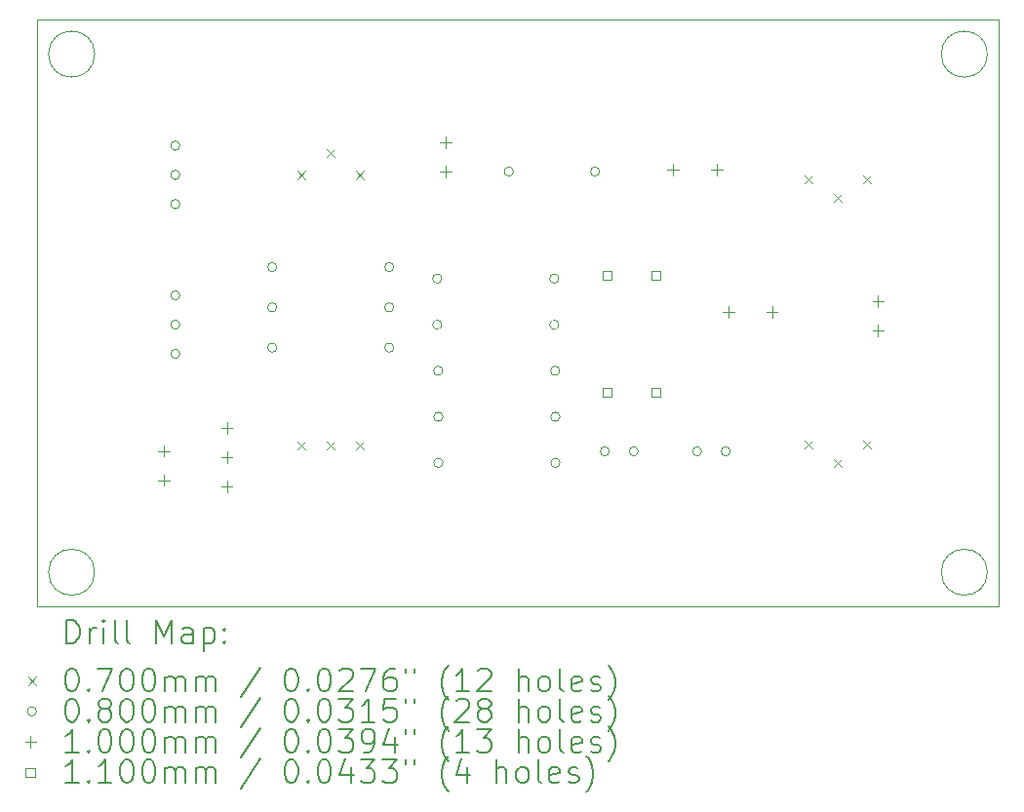
<source format=gbr>
%TF.GenerationSoftware,KiCad,Pcbnew,8.0.0*%
%TF.CreationDate,2024-03-12T11:33:42+03:00*%
%TF.ProjectId,germanium-amp,6765726d-616e-4697-956d-2d616d702e6b,rev?*%
%TF.SameCoordinates,Original*%
%TF.FileFunction,Drillmap*%
%TF.FilePolarity,Positive*%
%FSLAX45Y45*%
G04 Gerber Fmt 4.5, Leading zero omitted, Abs format (unit mm)*
G04 Created by KiCad (PCBNEW 8.0.0) date 2024-03-12 11:33:42*
%MOMM*%
%LPD*%
G01*
G04 APERTURE LIST*
%ADD10C,0.100000*%
%ADD11C,0.200000*%
%ADD12C,0.110000*%
G04 APERTURE END LIST*
D10*
X12050000Y-3300000D02*
X3700000Y-3300000D01*
X4200000Y-3600000D02*
G75*
G02*
X3800000Y-3600000I-200000J0D01*
G01*
X3800000Y-3600000D02*
G75*
G02*
X4200000Y-3600000I200000J0D01*
G01*
X12050000Y-8400000D02*
X12050000Y-3300000D01*
X11950000Y-8100000D02*
G75*
G02*
X11550000Y-8100000I-200000J0D01*
G01*
X11550000Y-8100000D02*
G75*
G02*
X11950000Y-8100000I200000J0D01*
G01*
X3700000Y-8400000D02*
X12050000Y-8400000D01*
X11950000Y-3600000D02*
G75*
G02*
X11550000Y-3600000I-200000J0D01*
G01*
X11550000Y-3600000D02*
G75*
G02*
X11950000Y-3600000I200000J0D01*
G01*
X4200000Y-8100000D02*
G75*
G02*
X3800000Y-8100000I-200000J0D01*
G01*
X3800000Y-8100000D02*
G75*
G02*
X4200000Y-8100000I200000J0D01*
G01*
X3700000Y-3300000D02*
X3700000Y-8400000D01*
D11*
D10*
X5957000Y-4615000D02*
X6027000Y-4685000D01*
X6027000Y-4615000D02*
X5957000Y-4685000D01*
X5957000Y-6965000D02*
X6027000Y-7035000D01*
X6027000Y-6965000D02*
X5957000Y-7035000D01*
X6211000Y-4425000D02*
X6281000Y-4495000D01*
X6281000Y-4425000D02*
X6211000Y-4495000D01*
X6211000Y-6965000D02*
X6281000Y-7035000D01*
X6281000Y-6965000D02*
X6211000Y-7035000D01*
X6465000Y-4615000D02*
X6535000Y-4685000D01*
X6535000Y-4615000D02*
X6465000Y-4685000D01*
X6465000Y-6965000D02*
X6535000Y-7035000D01*
X6535000Y-6965000D02*
X6465000Y-7035000D01*
X10361000Y-4655000D02*
X10431000Y-4725000D01*
X10431000Y-4655000D02*
X10361000Y-4725000D01*
X10361000Y-6955000D02*
X10431000Y-7025000D01*
X10431000Y-6955000D02*
X10361000Y-7025000D01*
X10615000Y-4815000D02*
X10685000Y-4885000D01*
X10685000Y-4815000D02*
X10615000Y-4885000D01*
X10615000Y-7115000D02*
X10685000Y-7185000D01*
X10685000Y-7115000D02*
X10615000Y-7185000D01*
X10869000Y-4655000D02*
X10939000Y-4725000D01*
X10939000Y-4655000D02*
X10869000Y-4725000D01*
X10869000Y-6955000D02*
X10939000Y-7025000D01*
X10939000Y-6955000D02*
X10869000Y-7025000D01*
X4940000Y-4395000D02*
G75*
G02*
X4860000Y-4395000I-40000J0D01*
G01*
X4860000Y-4395000D02*
G75*
G02*
X4940000Y-4395000I40000J0D01*
G01*
X4940000Y-4649000D02*
G75*
G02*
X4860000Y-4649000I-40000J0D01*
G01*
X4860000Y-4649000D02*
G75*
G02*
X4940000Y-4649000I40000J0D01*
G01*
X4940000Y-4903000D02*
G75*
G02*
X4860000Y-4903000I-40000J0D01*
G01*
X4860000Y-4903000D02*
G75*
G02*
X4940000Y-4903000I40000J0D01*
G01*
X4940000Y-5695000D02*
G75*
G02*
X4860000Y-5695000I-40000J0D01*
G01*
X4860000Y-5695000D02*
G75*
G02*
X4940000Y-5695000I40000J0D01*
G01*
X4940000Y-5949000D02*
G75*
G02*
X4860000Y-5949000I-40000J0D01*
G01*
X4860000Y-5949000D02*
G75*
G02*
X4940000Y-5949000I40000J0D01*
G01*
X4940000Y-6203000D02*
G75*
G02*
X4860000Y-6203000I-40000J0D01*
G01*
X4860000Y-6203000D02*
G75*
G02*
X4940000Y-6203000I40000J0D01*
G01*
X5782000Y-5450000D02*
G75*
G02*
X5702000Y-5450000I-40000J0D01*
G01*
X5702000Y-5450000D02*
G75*
G02*
X5782000Y-5450000I40000J0D01*
G01*
X5782000Y-5800000D02*
G75*
G02*
X5702000Y-5800000I-40000J0D01*
G01*
X5702000Y-5800000D02*
G75*
G02*
X5782000Y-5800000I40000J0D01*
G01*
X5782000Y-6150000D02*
G75*
G02*
X5702000Y-6150000I-40000J0D01*
G01*
X5702000Y-6150000D02*
G75*
G02*
X5782000Y-6150000I40000J0D01*
G01*
X6798000Y-5450000D02*
G75*
G02*
X6718000Y-5450000I-40000J0D01*
G01*
X6718000Y-5450000D02*
G75*
G02*
X6798000Y-5450000I40000J0D01*
G01*
X6798000Y-5800000D02*
G75*
G02*
X6718000Y-5800000I-40000J0D01*
G01*
X6718000Y-5800000D02*
G75*
G02*
X6798000Y-5800000I40000J0D01*
G01*
X6798000Y-6150000D02*
G75*
G02*
X6718000Y-6150000I-40000J0D01*
G01*
X6718000Y-6150000D02*
G75*
G02*
X6798000Y-6150000I40000J0D01*
G01*
X7214000Y-5550000D02*
G75*
G02*
X7134000Y-5550000I-40000J0D01*
G01*
X7134000Y-5550000D02*
G75*
G02*
X7214000Y-5550000I40000J0D01*
G01*
X7214000Y-5950000D02*
G75*
G02*
X7134000Y-5950000I-40000J0D01*
G01*
X7134000Y-5950000D02*
G75*
G02*
X7214000Y-5950000I40000J0D01*
G01*
X7222000Y-6350000D02*
G75*
G02*
X7142000Y-6350000I-40000J0D01*
G01*
X7142000Y-6350000D02*
G75*
G02*
X7222000Y-6350000I40000J0D01*
G01*
X7224000Y-6750000D02*
G75*
G02*
X7144000Y-6750000I-40000J0D01*
G01*
X7144000Y-6750000D02*
G75*
G02*
X7224000Y-6750000I40000J0D01*
G01*
X7224000Y-7150000D02*
G75*
G02*
X7144000Y-7150000I-40000J0D01*
G01*
X7144000Y-7150000D02*
G75*
G02*
X7224000Y-7150000I40000J0D01*
G01*
X7835000Y-4620000D02*
G75*
G02*
X7755000Y-4620000I-40000J0D01*
G01*
X7755000Y-4620000D02*
G75*
G02*
X7835000Y-4620000I40000J0D01*
G01*
X8230000Y-5550000D02*
G75*
G02*
X8150000Y-5550000I-40000J0D01*
G01*
X8150000Y-5550000D02*
G75*
G02*
X8230000Y-5550000I40000J0D01*
G01*
X8230000Y-5950000D02*
G75*
G02*
X8150000Y-5950000I-40000J0D01*
G01*
X8150000Y-5950000D02*
G75*
G02*
X8230000Y-5950000I40000J0D01*
G01*
X8238000Y-6350000D02*
G75*
G02*
X8158000Y-6350000I-40000J0D01*
G01*
X8158000Y-6350000D02*
G75*
G02*
X8238000Y-6350000I40000J0D01*
G01*
X8240000Y-6750000D02*
G75*
G02*
X8160000Y-6750000I-40000J0D01*
G01*
X8160000Y-6750000D02*
G75*
G02*
X8240000Y-6750000I40000J0D01*
G01*
X8240000Y-7150000D02*
G75*
G02*
X8160000Y-7150000I-40000J0D01*
G01*
X8160000Y-7150000D02*
G75*
G02*
X8240000Y-7150000I40000J0D01*
G01*
X8585000Y-4620000D02*
G75*
G02*
X8505000Y-4620000I-40000J0D01*
G01*
X8505000Y-4620000D02*
G75*
G02*
X8585000Y-4620000I40000J0D01*
G01*
X8669490Y-7050000D02*
G75*
G02*
X8589490Y-7050000I-40000J0D01*
G01*
X8589490Y-7050000D02*
G75*
G02*
X8669490Y-7050000I40000J0D01*
G01*
X8919490Y-7050000D02*
G75*
G02*
X8839490Y-7050000I-40000J0D01*
G01*
X8839490Y-7050000D02*
G75*
G02*
X8919490Y-7050000I40000J0D01*
G01*
X9469490Y-7050000D02*
G75*
G02*
X9389490Y-7050000I-40000J0D01*
G01*
X9389490Y-7050000D02*
G75*
G02*
X9469490Y-7050000I40000J0D01*
G01*
X9719490Y-7050000D02*
G75*
G02*
X9639490Y-7050000I-40000J0D01*
G01*
X9639490Y-7050000D02*
G75*
G02*
X9719490Y-7050000I40000J0D01*
G01*
X4800000Y-6996000D02*
X4800000Y-7096000D01*
X4750000Y-7046000D02*
X4850000Y-7046000D01*
X4800000Y-7250000D02*
X4800000Y-7350000D01*
X4750000Y-7300000D02*
X4850000Y-7300000D01*
X5347500Y-6794500D02*
X5347500Y-6894500D01*
X5297500Y-6844500D02*
X5397500Y-6844500D01*
X5347500Y-7048500D02*
X5347500Y-7148500D01*
X5297500Y-7098500D02*
X5397500Y-7098500D01*
X5347500Y-7302500D02*
X5347500Y-7402500D01*
X5297500Y-7352500D02*
X5397500Y-7352500D01*
X7250000Y-4316000D02*
X7250000Y-4416000D01*
X7200000Y-4366000D02*
X7300000Y-4366000D01*
X7250000Y-4570000D02*
X7250000Y-4670000D01*
X7200000Y-4620000D02*
X7300000Y-4620000D01*
X9220000Y-4550000D02*
X9220000Y-4650000D01*
X9170000Y-4600000D02*
X9270000Y-4600000D01*
X9600000Y-4550000D02*
X9600000Y-4650000D01*
X9550000Y-4600000D02*
X9650000Y-4600000D01*
X9700000Y-5790000D02*
X9700000Y-5890000D01*
X9650000Y-5840000D02*
X9750000Y-5840000D01*
X10080000Y-5790000D02*
X10080000Y-5890000D01*
X10030000Y-5840000D02*
X10130000Y-5840000D01*
X11002500Y-5696000D02*
X11002500Y-5796000D01*
X10952500Y-5746000D02*
X11052500Y-5746000D01*
X11002500Y-5950000D02*
X11002500Y-6050000D01*
X10952500Y-6000000D02*
X11052500Y-6000000D01*
D12*
X8688891Y-5560891D02*
X8688891Y-5483109D01*
X8611109Y-5483109D01*
X8611109Y-5560891D01*
X8688891Y-5560891D01*
X8688891Y-6576891D02*
X8688891Y-6499109D01*
X8611109Y-6499109D01*
X8611109Y-6576891D01*
X8688891Y-6576891D01*
X9108891Y-5562891D02*
X9108891Y-5485109D01*
X9031109Y-5485109D01*
X9031109Y-5562891D01*
X9108891Y-5562891D01*
X9108891Y-6578891D02*
X9108891Y-6501109D01*
X9031109Y-6501109D01*
X9031109Y-6578891D01*
X9108891Y-6578891D01*
D11*
X3955777Y-8716484D02*
X3955777Y-8516484D01*
X3955777Y-8516484D02*
X4003396Y-8516484D01*
X4003396Y-8516484D02*
X4031967Y-8526008D01*
X4031967Y-8526008D02*
X4051015Y-8545055D01*
X4051015Y-8545055D02*
X4060539Y-8564103D01*
X4060539Y-8564103D02*
X4070062Y-8602198D01*
X4070062Y-8602198D02*
X4070062Y-8630770D01*
X4070062Y-8630770D02*
X4060539Y-8668865D01*
X4060539Y-8668865D02*
X4051015Y-8687912D01*
X4051015Y-8687912D02*
X4031967Y-8706960D01*
X4031967Y-8706960D02*
X4003396Y-8716484D01*
X4003396Y-8716484D02*
X3955777Y-8716484D01*
X4155777Y-8716484D02*
X4155777Y-8583150D01*
X4155777Y-8621246D02*
X4165301Y-8602198D01*
X4165301Y-8602198D02*
X4174824Y-8592674D01*
X4174824Y-8592674D02*
X4193872Y-8583150D01*
X4193872Y-8583150D02*
X4212920Y-8583150D01*
X4279586Y-8716484D02*
X4279586Y-8583150D01*
X4279586Y-8516484D02*
X4270063Y-8526008D01*
X4270063Y-8526008D02*
X4279586Y-8535531D01*
X4279586Y-8535531D02*
X4289110Y-8526008D01*
X4289110Y-8526008D02*
X4279586Y-8516484D01*
X4279586Y-8516484D02*
X4279586Y-8535531D01*
X4403396Y-8716484D02*
X4384348Y-8706960D01*
X4384348Y-8706960D02*
X4374824Y-8687912D01*
X4374824Y-8687912D02*
X4374824Y-8516484D01*
X4508158Y-8716484D02*
X4489110Y-8706960D01*
X4489110Y-8706960D02*
X4479586Y-8687912D01*
X4479586Y-8687912D02*
X4479586Y-8516484D01*
X4736729Y-8716484D02*
X4736729Y-8516484D01*
X4736729Y-8516484D02*
X4803396Y-8659341D01*
X4803396Y-8659341D02*
X4870063Y-8516484D01*
X4870063Y-8516484D02*
X4870063Y-8716484D01*
X5051015Y-8716484D02*
X5051015Y-8611722D01*
X5051015Y-8611722D02*
X5041491Y-8592674D01*
X5041491Y-8592674D02*
X5022444Y-8583150D01*
X5022444Y-8583150D02*
X4984348Y-8583150D01*
X4984348Y-8583150D02*
X4965301Y-8592674D01*
X5051015Y-8706960D02*
X5031967Y-8716484D01*
X5031967Y-8716484D02*
X4984348Y-8716484D01*
X4984348Y-8716484D02*
X4965301Y-8706960D01*
X4965301Y-8706960D02*
X4955777Y-8687912D01*
X4955777Y-8687912D02*
X4955777Y-8668865D01*
X4955777Y-8668865D02*
X4965301Y-8649817D01*
X4965301Y-8649817D02*
X4984348Y-8640293D01*
X4984348Y-8640293D02*
X5031967Y-8640293D01*
X5031967Y-8640293D02*
X5051015Y-8630770D01*
X5146253Y-8583150D02*
X5146253Y-8783150D01*
X5146253Y-8592674D02*
X5165301Y-8583150D01*
X5165301Y-8583150D02*
X5203396Y-8583150D01*
X5203396Y-8583150D02*
X5222444Y-8592674D01*
X5222444Y-8592674D02*
X5231967Y-8602198D01*
X5231967Y-8602198D02*
X5241491Y-8621246D01*
X5241491Y-8621246D02*
X5241491Y-8678389D01*
X5241491Y-8678389D02*
X5231967Y-8697436D01*
X5231967Y-8697436D02*
X5222444Y-8706960D01*
X5222444Y-8706960D02*
X5203396Y-8716484D01*
X5203396Y-8716484D02*
X5165301Y-8716484D01*
X5165301Y-8716484D02*
X5146253Y-8706960D01*
X5327205Y-8697436D02*
X5336729Y-8706960D01*
X5336729Y-8706960D02*
X5327205Y-8716484D01*
X5327205Y-8716484D02*
X5317682Y-8706960D01*
X5317682Y-8706960D02*
X5327205Y-8697436D01*
X5327205Y-8697436D02*
X5327205Y-8716484D01*
X5327205Y-8592674D02*
X5336729Y-8602198D01*
X5336729Y-8602198D02*
X5327205Y-8611722D01*
X5327205Y-8611722D02*
X5317682Y-8602198D01*
X5317682Y-8602198D02*
X5327205Y-8592674D01*
X5327205Y-8592674D02*
X5327205Y-8611722D01*
D10*
X3625000Y-9010000D02*
X3695000Y-9080000D01*
X3695000Y-9010000D02*
X3625000Y-9080000D01*
D11*
X3993872Y-8936484D02*
X4012920Y-8936484D01*
X4012920Y-8936484D02*
X4031967Y-8946008D01*
X4031967Y-8946008D02*
X4041491Y-8955531D01*
X4041491Y-8955531D02*
X4051015Y-8974579D01*
X4051015Y-8974579D02*
X4060539Y-9012674D01*
X4060539Y-9012674D02*
X4060539Y-9060293D01*
X4060539Y-9060293D02*
X4051015Y-9098389D01*
X4051015Y-9098389D02*
X4041491Y-9117436D01*
X4041491Y-9117436D02*
X4031967Y-9126960D01*
X4031967Y-9126960D02*
X4012920Y-9136484D01*
X4012920Y-9136484D02*
X3993872Y-9136484D01*
X3993872Y-9136484D02*
X3974824Y-9126960D01*
X3974824Y-9126960D02*
X3965301Y-9117436D01*
X3965301Y-9117436D02*
X3955777Y-9098389D01*
X3955777Y-9098389D02*
X3946253Y-9060293D01*
X3946253Y-9060293D02*
X3946253Y-9012674D01*
X3946253Y-9012674D02*
X3955777Y-8974579D01*
X3955777Y-8974579D02*
X3965301Y-8955531D01*
X3965301Y-8955531D02*
X3974824Y-8946008D01*
X3974824Y-8946008D02*
X3993872Y-8936484D01*
X4146253Y-9117436D02*
X4155777Y-9126960D01*
X4155777Y-9126960D02*
X4146253Y-9136484D01*
X4146253Y-9136484D02*
X4136729Y-9126960D01*
X4136729Y-9126960D02*
X4146253Y-9117436D01*
X4146253Y-9117436D02*
X4146253Y-9136484D01*
X4222444Y-8936484D02*
X4355777Y-8936484D01*
X4355777Y-8936484D02*
X4270063Y-9136484D01*
X4470063Y-8936484D02*
X4489110Y-8936484D01*
X4489110Y-8936484D02*
X4508158Y-8946008D01*
X4508158Y-8946008D02*
X4517682Y-8955531D01*
X4517682Y-8955531D02*
X4527205Y-8974579D01*
X4527205Y-8974579D02*
X4536729Y-9012674D01*
X4536729Y-9012674D02*
X4536729Y-9060293D01*
X4536729Y-9060293D02*
X4527205Y-9098389D01*
X4527205Y-9098389D02*
X4517682Y-9117436D01*
X4517682Y-9117436D02*
X4508158Y-9126960D01*
X4508158Y-9126960D02*
X4489110Y-9136484D01*
X4489110Y-9136484D02*
X4470063Y-9136484D01*
X4470063Y-9136484D02*
X4451015Y-9126960D01*
X4451015Y-9126960D02*
X4441491Y-9117436D01*
X4441491Y-9117436D02*
X4431967Y-9098389D01*
X4431967Y-9098389D02*
X4422444Y-9060293D01*
X4422444Y-9060293D02*
X4422444Y-9012674D01*
X4422444Y-9012674D02*
X4431967Y-8974579D01*
X4431967Y-8974579D02*
X4441491Y-8955531D01*
X4441491Y-8955531D02*
X4451015Y-8946008D01*
X4451015Y-8946008D02*
X4470063Y-8936484D01*
X4660539Y-8936484D02*
X4679586Y-8936484D01*
X4679586Y-8936484D02*
X4698634Y-8946008D01*
X4698634Y-8946008D02*
X4708158Y-8955531D01*
X4708158Y-8955531D02*
X4717682Y-8974579D01*
X4717682Y-8974579D02*
X4727205Y-9012674D01*
X4727205Y-9012674D02*
X4727205Y-9060293D01*
X4727205Y-9060293D02*
X4717682Y-9098389D01*
X4717682Y-9098389D02*
X4708158Y-9117436D01*
X4708158Y-9117436D02*
X4698634Y-9126960D01*
X4698634Y-9126960D02*
X4679586Y-9136484D01*
X4679586Y-9136484D02*
X4660539Y-9136484D01*
X4660539Y-9136484D02*
X4641491Y-9126960D01*
X4641491Y-9126960D02*
X4631967Y-9117436D01*
X4631967Y-9117436D02*
X4622444Y-9098389D01*
X4622444Y-9098389D02*
X4612920Y-9060293D01*
X4612920Y-9060293D02*
X4612920Y-9012674D01*
X4612920Y-9012674D02*
X4622444Y-8974579D01*
X4622444Y-8974579D02*
X4631967Y-8955531D01*
X4631967Y-8955531D02*
X4641491Y-8946008D01*
X4641491Y-8946008D02*
X4660539Y-8936484D01*
X4812920Y-9136484D02*
X4812920Y-9003150D01*
X4812920Y-9022198D02*
X4822444Y-9012674D01*
X4822444Y-9012674D02*
X4841491Y-9003150D01*
X4841491Y-9003150D02*
X4870063Y-9003150D01*
X4870063Y-9003150D02*
X4889110Y-9012674D01*
X4889110Y-9012674D02*
X4898634Y-9031722D01*
X4898634Y-9031722D02*
X4898634Y-9136484D01*
X4898634Y-9031722D02*
X4908158Y-9012674D01*
X4908158Y-9012674D02*
X4927205Y-9003150D01*
X4927205Y-9003150D02*
X4955777Y-9003150D01*
X4955777Y-9003150D02*
X4974825Y-9012674D01*
X4974825Y-9012674D02*
X4984348Y-9031722D01*
X4984348Y-9031722D02*
X4984348Y-9136484D01*
X5079586Y-9136484D02*
X5079586Y-9003150D01*
X5079586Y-9022198D02*
X5089110Y-9012674D01*
X5089110Y-9012674D02*
X5108158Y-9003150D01*
X5108158Y-9003150D02*
X5136729Y-9003150D01*
X5136729Y-9003150D02*
X5155777Y-9012674D01*
X5155777Y-9012674D02*
X5165301Y-9031722D01*
X5165301Y-9031722D02*
X5165301Y-9136484D01*
X5165301Y-9031722D02*
X5174825Y-9012674D01*
X5174825Y-9012674D02*
X5193872Y-9003150D01*
X5193872Y-9003150D02*
X5222444Y-9003150D01*
X5222444Y-9003150D02*
X5241491Y-9012674D01*
X5241491Y-9012674D02*
X5251015Y-9031722D01*
X5251015Y-9031722D02*
X5251015Y-9136484D01*
X5641491Y-8926960D02*
X5470063Y-9184103D01*
X5898634Y-8936484D02*
X5917682Y-8936484D01*
X5917682Y-8936484D02*
X5936729Y-8946008D01*
X5936729Y-8946008D02*
X5946253Y-8955531D01*
X5946253Y-8955531D02*
X5955777Y-8974579D01*
X5955777Y-8974579D02*
X5965301Y-9012674D01*
X5965301Y-9012674D02*
X5965301Y-9060293D01*
X5965301Y-9060293D02*
X5955777Y-9098389D01*
X5955777Y-9098389D02*
X5946253Y-9117436D01*
X5946253Y-9117436D02*
X5936729Y-9126960D01*
X5936729Y-9126960D02*
X5917682Y-9136484D01*
X5917682Y-9136484D02*
X5898634Y-9136484D01*
X5898634Y-9136484D02*
X5879586Y-9126960D01*
X5879586Y-9126960D02*
X5870063Y-9117436D01*
X5870063Y-9117436D02*
X5860539Y-9098389D01*
X5860539Y-9098389D02*
X5851015Y-9060293D01*
X5851015Y-9060293D02*
X5851015Y-9012674D01*
X5851015Y-9012674D02*
X5860539Y-8974579D01*
X5860539Y-8974579D02*
X5870063Y-8955531D01*
X5870063Y-8955531D02*
X5879586Y-8946008D01*
X5879586Y-8946008D02*
X5898634Y-8936484D01*
X6051015Y-9117436D02*
X6060539Y-9126960D01*
X6060539Y-9126960D02*
X6051015Y-9136484D01*
X6051015Y-9136484D02*
X6041491Y-9126960D01*
X6041491Y-9126960D02*
X6051015Y-9117436D01*
X6051015Y-9117436D02*
X6051015Y-9136484D01*
X6184348Y-8936484D02*
X6203396Y-8936484D01*
X6203396Y-8936484D02*
X6222444Y-8946008D01*
X6222444Y-8946008D02*
X6231967Y-8955531D01*
X6231967Y-8955531D02*
X6241491Y-8974579D01*
X6241491Y-8974579D02*
X6251015Y-9012674D01*
X6251015Y-9012674D02*
X6251015Y-9060293D01*
X6251015Y-9060293D02*
X6241491Y-9098389D01*
X6241491Y-9098389D02*
X6231967Y-9117436D01*
X6231967Y-9117436D02*
X6222444Y-9126960D01*
X6222444Y-9126960D02*
X6203396Y-9136484D01*
X6203396Y-9136484D02*
X6184348Y-9136484D01*
X6184348Y-9136484D02*
X6165301Y-9126960D01*
X6165301Y-9126960D02*
X6155777Y-9117436D01*
X6155777Y-9117436D02*
X6146253Y-9098389D01*
X6146253Y-9098389D02*
X6136729Y-9060293D01*
X6136729Y-9060293D02*
X6136729Y-9012674D01*
X6136729Y-9012674D02*
X6146253Y-8974579D01*
X6146253Y-8974579D02*
X6155777Y-8955531D01*
X6155777Y-8955531D02*
X6165301Y-8946008D01*
X6165301Y-8946008D02*
X6184348Y-8936484D01*
X6327206Y-8955531D02*
X6336729Y-8946008D01*
X6336729Y-8946008D02*
X6355777Y-8936484D01*
X6355777Y-8936484D02*
X6403396Y-8936484D01*
X6403396Y-8936484D02*
X6422444Y-8946008D01*
X6422444Y-8946008D02*
X6431967Y-8955531D01*
X6431967Y-8955531D02*
X6441491Y-8974579D01*
X6441491Y-8974579D02*
X6441491Y-8993627D01*
X6441491Y-8993627D02*
X6431967Y-9022198D01*
X6431967Y-9022198D02*
X6317682Y-9136484D01*
X6317682Y-9136484D02*
X6441491Y-9136484D01*
X6508158Y-8936484D02*
X6641491Y-8936484D01*
X6641491Y-8936484D02*
X6555777Y-9136484D01*
X6803396Y-8936484D02*
X6765301Y-8936484D01*
X6765301Y-8936484D02*
X6746253Y-8946008D01*
X6746253Y-8946008D02*
X6736729Y-8955531D01*
X6736729Y-8955531D02*
X6717682Y-8984103D01*
X6717682Y-8984103D02*
X6708158Y-9022198D01*
X6708158Y-9022198D02*
X6708158Y-9098389D01*
X6708158Y-9098389D02*
X6717682Y-9117436D01*
X6717682Y-9117436D02*
X6727206Y-9126960D01*
X6727206Y-9126960D02*
X6746253Y-9136484D01*
X6746253Y-9136484D02*
X6784348Y-9136484D01*
X6784348Y-9136484D02*
X6803396Y-9126960D01*
X6803396Y-9126960D02*
X6812920Y-9117436D01*
X6812920Y-9117436D02*
X6822444Y-9098389D01*
X6822444Y-9098389D02*
X6822444Y-9050770D01*
X6822444Y-9050770D02*
X6812920Y-9031722D01*
X6812920Y-9031722D02*
X6803396Y-9022198D01*
X6803396Y-9022198D02*
X6784348Y-9012674D01*
X6784348Y-9012674D02*
X6746253Y-9012674D01*
X6746253Y-9012674D02*
X6727206Y-9022198D01*
X6727206Y-9022198D02*
X6717682Y-9031722D01*
X6717682Y-9031722D02*
X6708158Y-9050770D01*
X6898634Y-8936484D02*
X6898634Y-8974579D01*
X6974825Y-8936484D02*
X6974825Y-8974579D01*
X7270063Y-9212674D02*
X7260539Y-9203150D01*
X7260539Y-9203150D02*
X7241491Y-9174579D01*
X7241491Y-9174579D02*
X7231968Y-9155531D01*
X7231968Y-9155531D02*
X7222444Y-9126960D01*
X7222444Y-9126960D02*
X7212920Y-9079341D01*
X7212920Y-9079341D02*
X7212920Y-9041246D01*
X7212920Y-9041246D02*
X7222444Y-8993627D01*
X7222444Y-8993627D02*
X7231968Y-8965055D01*
X7231968Y-8965055D02*
X7241491Y-8946008D01*
X7241491Y-8946008D02*
X7260539Y-8917436D01*
X7260539Y-8917436D02*
X7270063Y-8907912D01*
X7451015Y-9136484D02*
X7336729Y-9136484D01*
X7393872Y-9136484D02*
X7393872Y-8936484D01*
X7393872Y-8936484D02*
X7374825Y-8965055D01*
X7374825Y-8965055D02*
X7355777Y-8984103D01*
X7355777Y-8984103D02*
X7336729Y-8993627D01*
X7527206Y-8955531D02*
X7536729Y-8946008D01*
X7536729Y-8946008D02*
X7555777Y-8936484D01*
X7555777Y-8936484D02*
X7603396Y-8936484D01*
X7603396Y-8936484D02*
X7622444Y-8946008D01*
X7622444Y-8946008D02*
X7631968Y-8955531D01*
X7631968Y-8955531D02*
X7641491Y-8974579D01*
X7641491Y-8974579D02*
X7641491Y-8993627D01*
X7641491Y-8993627D02*
X7631968Y-9022198D01*
X7631968Y-9022198D02*
X7517682Y-9136484D01*
X7517682Y-9136484D02*
X7641491Y-9136484D01*
X7879587Y-9136484D02*
X7879587Y-8936484D01*
X7965301Y-9136484D02*
X7965301Y-9031722D01*
X7965301Y-9031722D02*
X7955777Y-9012674D01*
X7955777Y-9012674D02*
X7936730Y-9003150D01*
X7936730Y-9003150D02*
X7908158Y-9003150D01*
X7908158Y-9003150D02*
X7889110Y-9012674D01*
X7889110Y-9012674D02*
X7879587Y-9022198D01*
X8089110Y-9136484D02*
X8070063Y-9126960D01*
X8070063Y-9126960D02*
X8060539Y-9117436D01*
X8060539Y-9117436D02*
X8051015Y-9098389D01*
X8051015Y-9098389D02*
X8051015Y-9041246D01*
X8051015Y-9041246D02*
X8060539Y-9022198D01*
X8060539Y-9022198D02*
X8070063Y-9012674D01*
X8070063Y-9012674D02*
X8089110Y-9003150D01*
X8089110Y-9003150D02*
X8117682Y-9003150D01*
X8117682Y-9003150D02*
X8136730Y-9012674D01*
X8136730Y-9012674D02*
X8146253Y-9022198D01*
X8146253Y-9022198D02*
X8155777Y-9041246D01*
X8155777Y-9041246D02*
X8155777Y-9098389D01*
X8155777Y-9098389D02*
X8146253Y-9117436D01*
X8146253Y-9117436D02*
X8136730Y-9126960D01*
X8136730Y-9126960D02*
X8117682Y-9136484D01*
X8117682Y-9136484D02*
X8089110Y-9136484D01*
X8270063Y-9136484D02*
X8251015Y-9126960D01*
X8251015Y-9126960D02*
X8241491Y-9107912D01*
X8241491Y-9107912D02*
X8241491Y-8936484D01*
X8422444Y-9126960D02*
X8403396Y-9136484D01*
X8403396Y-9136484D02*
X8365301Y-9136484D01*
X8365301Y-9136484D02*
X8346253Y-9126960D01*
X8346253Y-9126960D02*
X8336730Y-9107912D01*
X8336730Y-9107912D02*
X8336730Y-9031722D01*
X8336730Y-9031722D02*
X8346253Y-9012674D01*
X8346253Y-9012674D02*
X8365301Y-9003150D01*
X8365301Y-9003150D02*
X8403396Y-9003150D01*
X8403396Y-9003150D02*
X8422444Y-9012674D01*
X8422444Y-9012674D02*
X8431968Y-9031722D01*
X8431968Y-9031722D02*
X8431968Y-9050770D01*
X8431968Y-9050770D02*
X8336730Y-9069817D01*
X8508158Y-9126960D02*
X8527206Y-9136484D01*
X8527206Y-9136484D02*
X8565301Y-9136484D01*
X8565301Y-9136484D02*
X8584349Y-9126960D01*
X8584349Y-9126960D02*
X8593873Y-9107912D01*
X8593873Y-9107912D02*
X8593873Y-9098389D01*
X8593873Y-9098389D02*
X8584349Y-9079341D01*
X8584349Y-9079341D02*
X8565301Y-9069817D01*
X8565301Y-9069817D02*
X8536730Y-9069817D01*
X8536730Y-9069817D02*
X8517682Y-9060293D01*
X8517682Y-9060293D02*
X8508158Y-9041246D01*
X8508158Y-9041246D02*
X8508158Y-9031722D01*
X8508158Y-9031722D02*
X8517682Y-9012674D01*
X8517682Y-9012674D02*
X8536730Y-9003150D01*
X8536730Y-9003150D02*
X8565301Y-9003150D01*
X8565301Y-9003150D02*
X8584349Y-9012674D01*
X8660539Y-9212674D02*
X8670063Y-9203150D01*
X8670063Y-9203150D02*
X8689111Y-9174579D01*
X8689111Y-9174579D02*
X8698634Y-9155531D01*
X8698634Y-9155531D02*
X8708158Y-9126960D01*
X8708158Y-9126960D02*
X8717682Y-9079341D01*
X8717682Y-9079341D02*
X8717682Y-9041246D01*
X8717682Y-9041246D02*
X8708158Y-8993627D01*
X8708158Y-8993627D02*
X8698634Y-8965055D01*
X8698634Y-8965055D02*
X8689111Y-8946008D01*
X8689111Y-8946008D02*
X8670063Y-8917436D01*
X8670063Y-8917436D02*
X8660539Y-8907912D01*
D10*
X3695000Y-9309000D02*
G75*
G02*
X3615000Y-9309000I-40000J0D01*
G01*
X3615000Y-9309000D02*
G75*
G02*
X3695000Y-9309000I40000J0D01*
G01*
D11*
X3993872Y-9200484D02*
X4012920Y-9200484D01*
X4012920Y-9200484D02*
X4031967Y-9210008D01*
X4031967Y-9210008D02*
X4041491Y-9219531D01*
X4041491Y-9219531D02*
X4051015Y-9238579D01*
X4051015Y-9238579D02*
X4060539Y-9276674D01*
X4060539Y-9276674D02*
X4060539Y-9324293D01*
X4060539Y-9324293D02*
X4051015Y-9362389D01*
X4051015Y-9362389D02*
X4041491Y-9381436D01*
X4041491Y-9381436D02*
X4031967Y-9390960D01*
X4031967Y-9390960D02*
X4012920Y-9400484D01*
X4012920Y-9400484D02*
X3993872Y-9400484D01*
X3993872Y-9400484D02*
X3974824Y-9390960D01*
X3974824Y-9390960D02*
X3965301Y-9381436D01*
X3965301Y-9381436D02*
X3955777Y-9362389D01*
X3955777Y-9362389D02*
X3946253Y-9324293D01*
X3946253Y-9324293D02*
X3946253Y-9276674D01*
X3946253Y-9276674D02*
X3955777Y-9238579D01*
X3955777Y-9238579D02*
X3965301Y-9219531D01*
X3965301Y-9219531D02*
X3974824Y-9210008D01*
X3974824Y-9210008D02*
X3993872Y-9200484D01*
X4146253Y-9381436D02*
X4155777Y-9390960D01*
X4155777Y-9390960D02*
X4146253Y-9400484D01*
X4146253Y-9400484D02*
X4136729Y-9390960D01*
X4136729Y-9390960D02*
X4146253Y-9381436D01*
X4146253Y-9381436D02*
X4146253Y-9400484D01*
X4270063Y-9286198D02*
X4251015Y-9276674D01*
X4251015Y-9276674D02*
X4241491Y-9267150D01*
X4241491Y-9267150D02*
X4231967Y-9248103D01*
X4231967Y-9248103D02*
X4231967Y-9238579D01*
X4231967Y-9238579D02*
X4241491Y-9219531D01*
X4241491Y-9219531D02*
X4251015Y-9210008D01*
X4251015Y-9210008D02*
X4270063Y-9200484D01*
X4270063Y-9200484D02*
X4308158Y-9200484D01*
X4308158Y-9200484D02*
X4327205Y-9210008D01*
X4327205Y-9210008D02*
X4336729Y-9219531D01*
X4336729Y-9219531D02*
X4346253Y-9238579D01*
X4346253Y-9238579D02*
X4346253Y-9248103D01*
X4346253Y-9248103D02*
X4336729Y-9267150D01*
X4336729Y-9267150D02*
X4327205Y-9276674D01*
X4327205Y-9276674D02*
X4308158Y-9286198D01*
X4308158Y-9286198D02*
X4270063Y-9286198D01*
X4270063Y-9286198D02*
X4251015Y-9295722D01*
X4251015Y-9295722D02*
X4241491Y-9305246D01*
X4241491Y-9305246D02*
X4231967Y-9324293D01*
X4231967Y-9324293D02*
X4231967Y-9362389D01*
X4231967Y-9362389D02*
X4241491Y-9381436D01*
X4241491Y-9381436D02*
X4251015Y-9390960D01*
X4251015Y-9390960D02*
X4270063Y-9400484D01*
X4270063Y-9400484D02*
X4308158Y-9400484D01*
X4308158Y-9400484D02*
X4327205Y-9390960D01*
X4327205Y-9390960D02*
X4336729Y-9381436D01*
X4336729Y-9381436D02*
X4346253Y-9362389D01*
X4346253Y-9362389D02*
X4346253Y-9324293D01*
X4346253Y-9324293D02*
X4336729Y-9305246D01*
X4336729Y-9305246D02*
X4327205Y-9295722D01*
X4327205Y-9295722D02*
X4308158Y-9286198D01*
X4470063Y-9200484D02*
X4489110Y-9200484D01*
X4489110Y-9200484D02*
X4508158Y-9210008D01*
X4508158Y-9210008D02*
X4517682Y-9219531D01*
X4517682Y-9219531D02*
X4527205Y-9238579D01*
X4527205Y-9238579D02*
X4536729Y-9276674D01*
X4536729Y-9276674D02*
X4536729Y-9324293D01*
X4536729Y-9324293D02*
X4527205Y-9362389D01*
X4527205Y-9362389D02*
X4517682Y-9381436D01*
X4517682Y-9381436D02*
X4508158Y-9390960D01*
X4508158Y-9390960D02*
X4489110Y-9400484D01*
X4489110Y-9400484D02*
X4470063Y-9400484D01*
X4470063Y-9400484D02*
X4451015Y-9390960D01*
X4451015Y-9390960D02*
X4441491Y-9381436D01*
X4441491Y-9381436D02*
X4431967Y-9362389D01*
X4431967Y-9362389D02*
X4422444Y-9324293D01*
X4422444Y-9324293D02*
X4422444Y-9276674D01*
X4422444Y-9276674D02*
X4431967Y-9238579D01*
X4431967Y-9238579D02*
X4441491Y-9219531D01*
X4441491Y-9219531D02*
X4451015Y-9210008D01*
X4451015Y-9210008D02*
X4470063Y-9200484D01*
X4660539Y-9200484D02*
X4679586Y-9200484D01*
X4679586Y-9200484D02*
X4698634Y-9210008D01*
X4698634Y-9210008D02*
X4708158Y-9219531D01*
X4708158Y-9219531D02*
X4717682Y-9238579D01*
X4717682Y-9238579D02*
X4727205Y-9276674D01*
X4727205Y-9276674D02*
X4727205Y-9324293D01*
X4727205Y-9324293D02*
X4717682Y-9362389D01*
X4717682Y-9362389D02*
X4708158Y-9381436D01*
X4708158Y-9381436D02*
X4698634Y-9390960D01*
X4698634Y-9390960D02*
X4679586Y-9400484D01*
X4679586Y-9400484D02*
X4660539Y-9400484D01*
X4660539Y-9400484D02*
X4641491Y-9390960D01*
X4641491Y-9390960D02*
X4631967Y-9381436D01*
X4631967Y-9381436D02*
X4622444Y-9362389D01*
X4622444Y-9362389D02*
X4612920Y-9324293D01*
X4612920Y-9324293D02*
X4612920Y-9276674D01*
X4612920Y-9276674D02*
X4622444Y-9238579D01*
X4622444Y-9238579D02*
X4631967Y-9219531D01*
X4631967Y-9219531D02*
X4641491Y-9210008D01*
X4641491Y-9210008D02*
X4660539Y-9200484D01*
X4812920Y-9400484D02*
X4812920Y-9267150D01*
X4812920Y-9286198D02*
X4822444Y-9276674D01*
X4822444Y-9276674D02*
X4841491Y-9267150D01*
X4841491Y-9267150D02*
X4870063Y-9267150D01*
X4870063Y-9267150D02*
X4889110Y-9276674D01*
X4889110Y-9276674D02*
X4898634Y-9295722D01*
X4898634Y-9295722D02*
X4898634Y-9400484D01*
X4898634Y-9295722D02*
X4908158Y-9276674D01*
X4908158Y-9276674D02*
X4927205Y-9267150D01*
X4927205Y-9267150D02*
X4955777Y-9267150D01*
X4955777Y-9267150D02*
X4974825Y-9276674D01*
X4974825Y-9276674D02*
X4984348Y-9295722D01*
X4984348Y-9295722D02*
X4984348Y-9400484D01*
X5079586Y-9400484D02*
X5079586Y-9267150D01*
X5079586Y-9286198D02*
X5089110Y-9276674D01*
X5089110Y-9276674D02*
X5108158Y-9267150D01*
X5108158Y-9267150D02*
X5136729Y-9267150D01*
X5136729Y-9267150D02*
X5155777Y-9276674D01*
X5155777Y-9276674D02*
X5165301Y-9295722D01*
X5165301Y-9295722D02*
X5165301Y-9400484D01*
X5165301Y-9295722D02*
X5174825Y-9276674D01*
X5174825Y-9276674D02*
X5193872Y-9267150D01*
X5193872Y-9267150D02*
X5222444Y-9267150D01*
X5222444Y-9267150D02*
X5241491Y-9276674D01*
X5241491Y-9276674D02*
X5251015Y-9295722D01*
X5251015Y-9295722D02*
X5251015Y-9400484D01*
X5641491Y-9190960D02*
X5470063Y-9448103D01*
X5898634Y-9200484D02*
X5917682Y-9200484D01*
X5917682Y-9200484D02*
X5936729Y-9210008D01*
X5936729Y-9210008D02*
X5946253Y-9219531D01*
X5946253Y-9219531D02*
X5955777Y-9238579D01*
X5955777Y-9238579D02*
X5965301Y-9276674D01*
X5965301Y-9276674D02*
X5965301Y-9324293D01*
X5965301Y-9324293D02*
X5955777Y-9362389D01*
X5955777Y-9362389D02*
X5946253Y-9381436D01*
X5946253Y-9381436D02*
X5936729Y-9390960D01*
X5936729Y-9390960D02*
X5917682Y-9400484D01*
X5917682Y-9400484D02*
X5898634Y-9400484D01*
X5898634Y-9400484D02*
X5879586Y-9390960D01*
X5879586Y-9390960D02*
X5870063Y-9381436D01*
X5870063Y-9381436D02*
X5860539Y-9362389D01*
X5860539Y-9362389D02*
X5851015Y-9324293D01*
X5851015Y-9324293D02*
X5851015Y-9276674D01*
X5851015Y-9276674D02*
X5860539Y-9238579D01*
X5860539Y-9238579D02*
X5870063Y-9219531D01*
X5870063Y-9219531D02*
X5879586Y-9210008D01*
X5879586Y-9210008D02*
X5898634Y-9200484D01*
X6051015Y-9381436D02*
X6060539Y-9390960D01*
X6060539Y-9390960D02*
X6051015Y-9400484D01*
X6051015Y-9400484D02*
X6041491Y-9390960D01*
X6041491Y-9390960D02*
X6051015Y-9381436D01*
X6051015Y-9381436D02*
X6051015Y-9400484D01*
X6184348Y-9200484D02*
X6203396Y-9200484D01*
X6203396Y-9200484D02*
X6222444Y-9210008D01*
X6222444Y-9210008D02*
X6231967Y-9219531D01*
X6231967Y-9219531D02*
X6241491Y-9238579D01*
X6241491Y-9238579D02*
X6251015Y-9276674D01*
X6251015Y-9276674D02*
X6251015Y-9324293D01*
X6251015Y-9324293D02*
X6241491Y-9362389D01*
X6241491Y-9362389D02*
X6231967Y-9381436D01*
X6231967Y-9381436D02*
X6222444Y-9390960D01*
X6222444Y-9390960D02*
X6203396Y-9400484D01*
X6203396Y-9400484D02*
X6184348Y-9400484D01*
X6184348Y-9400484D02*
X6165301Y-9390960D01*
X6165301Y-9390960D02*
X6155777Y-9381436D01*
X6155777Y-9381436D02*
X6146253Y-9362389D01*
X6146253Y-9362389D02*
X6136729Y-9324293D01*
X6136729Y-9324293D02*
X6136729Y-9276674D01*
X6136729Y-9276674D02*
X6146253Y-9238579D01*
X6146253Y-9238579D02*
X6155777Y-9219531D01*
X6155777Y-9219531D02*
X6165301Y-9210008D01*
X6165301Y-9210008D02*
X6184348Y-9200484D01*
X6317682Y-9200484D02*
X6441491Y-9200484D01*
X6441491Y-9200484D02*
X6374825Y-9276674D01*
X6374825Y-9276674D02*
X6403396Y-9276674D01*
X6403396Y-9276674D02*
X6422444Y-9286198D01*
X6422444Y-9286198D02*
X6431967Y-9295722D01*
X6431967Y-9295722D02*
X6441491Y-9314770D01*
X6441491Y-9314770D02*
X6441491Y-9362389D01*
X6441491Y-9362389D02*
X6431967Y-9381436D01*
X6431967Y-9381436D02*
X6422444Y-9390960D01*
X6422444Y-9390960D02*
X6403396Y-9400484D01*
X6403396Y-9400484D02*
X6346253Y-9400484D01*
X6346253Y-9400484D02*
X6327206Y-9390960D01*
X6327206Y-9390960D02*
X6317682Y-9381436D01*
X6631967Y-9400484D02*
X6517682Y-9400484D01*
X6574825Y-9400484D02*
X6574825Y-9200484D01*
X6574825Y-9200484D02*
X6555777Y-9229055D01*
X6555777Y-9229055D02*
X6536729Y-9248103D01*
X6536729Y-9248103D02*
X6517682Y-9257627D01*
X6812920Y-9200484D02*
X6717682Y-9200484D01*
X6717682Y-9200484D02*
X6708158Y-9295722D01*
X6708158Y-9295722D02*
X6717682Y-9286198D01*
X6717682Y-9286198D02*
X6736729Y-9276674D01*
X6736729Y-9276674D02*
X6784348Y-9276674D01*
X6784348Y-9276674D02*
X6803396Y-9286198D01*
X6803396Y-9286198D02*
X6812920Y-9295722D01*
X6812920Y-9295722D02*
X6822444Y-9314770D01*
X6822444Y-9314770D02*
X6822444Y-9362389D01*
X6822444Y-9362389D02*
X6812920Y-9381436D01*
X6812920Y-9381436D02*
X6803396Y-9390960D01*
X6803396Y-9390960D02*
X6784348Y-9400484D01*
X6784348Y-9400484D02*
X6736729Y-9400484D01*
X6736729Y-9400484D02*
X6717682Y-9390960D01*
X6717682Y-9390960D02*
X6708158Y-9381436D01*
X6898634Y-9200484D02*
X6898634Y-9238579D01*
X6974825Y-9200484D02*
X6974825Y-9238579D01*
X7270063Y-9476674D02*
X7260539Y-9467150D01*
X7260539Y-9467150D02*
X7241491Y-9438579D01*
X7241491Y-9438579D02*
X7231968Y-9419531D01*
X7231968Y-9419531D02*
X7222444Y-9390960D01*
X7222444Y-9390960D02*
X7212920Y-9343341D01*
X7212920Y-9343341D02*
X7212920Y-9305246D01*
X7212920Y-9305246D02*
X7222444Y-9257627D01*
X7222444Y-9257627D02*
X7231968Y-9229055D01*
X7231968Y-9229055D02*
X7241491Y-9210008D01*
X7241491Y-9210008D02*
X7260539Y-9181436D01*
X7260539Y-9181436D02*
X7270063Y-9171912D01*
X7336729Y-9219531D02*
X7346253Y-9210008D01*
X7346253Y-9210008D02*
X7365301Y-9200484D01*
X7365301Y-9200484D02*
X7412920Y-9200484D01*
X7412920Y-9200484D02*
X7431968Y-9210008D01*
X7431968Y-9210008D02*
X7441491Y-9219531D01*
X7441491Y-9219531D02*
X7451015Y-9238579D01*
X7451015Y-9238579D02*
X7451015Y-9257627D01*
X7451015Y-9257627D02*
X7441491Y-9286198D01*
X7441491Y-9286198D02*
X7327206Y-9400484D01*
X7327206Y-9400484D02*
X7451015Y-9400484D01*
X7565301Y-9286198D02*
X7546253Y-9276674D01*
X7546253Y-9276674D02*
X7536729Y-9267150D01*
X7536729Y-9267150D02*
X7527206Y-9248103D01*
X7527206Y-9248103D02*
X7527206Y-9238579D01*
X7527206Y-9238579D02*
X7536729Y-9219531D01*
X7536729Y-9219531D02*
X7546253Y-9210008D01*
X7546253Y-9210008D02*
X7565301Y-9200484D01*
X7565301Y-9200484D02*
X7603396Y-9200484D01*
X7603396Y-9200484D02*
X7622444Y-9210008D01*
X7622444Y-9210008D02*
X7631968Y-9219531D01*
X7631968Y-9219531D02*
X7641491Y-9238579D01*
X7641491Y-9238579D02*
X7641491Y-9248103D01*
X7641491Y-9248103D02*
X7631968Y-9267150D01*
X7631968Y-9267150D02*
X7622444Y-9276674D01*
X7622444Y-9276674D02*
X7603396Y-9286198D01*
X7603396Y-9286198D02*
X7565301Y-9286198D01*
X7565301Y-9286198D02*
X7546253Y-9295722D01*
X7546253Y-9295722D02*
X7536729Y-9305246D01*
X7536729Y-9305246D02*
X7527206Y-9324293D01*
X7527206Y-9324293D02*
X7527206Y-9362389D01*
X7527206Y-9362389D02*
X7536729Y-9381436D01*
X7536729Y-9381436D02*
X7546253Y-9390960D01*
X7546253Y-9390960D02*
X7565301Y-9400484D01*
X7565301Y-9400484D02*
X7603396Y-9400484D01*
X7603396Y-9400484D02*
X7622444Y-9390960D01*
X7622444Y-9390960D02*
X7631968Y-9381436D01*
X7631968Y-9381436D02*
X7641491Y-9362389D01*
X7641491Y-9362389D02*
X7641491Y-9324293D01*
X7641491Y-9324293D02*
X7631968Y-9305246D01*
X7631968Y-9305246D02*
X7622444Y-9295722D01*
X7622444Y-9295722D02*
X7603396Y-9286198D01*
X7879587Y-9400484D02*
X7879587Y-9200484D01*
X7965301Y-9400484D02*
X7965301Y-9295722D01*
X7965301Y-9295722D02*
X7955777Y-9276674D01*
X7955777Y-9276674D02*
X7936730Y-9267150D01*
X7936730Y-9267150D02*
X7908158Y-9267150D01*
X7908158Y-9267150D02*
X7889110Y-9276674D01*
X7889110Y-9276674D02*
X7879587Y-9286198D01*
X8089110Y-9400484D02*
X8070063Y-9390960D01*
X8070063Y-9390960D02*
X8060539Y-9381436D01*
X8060539Y-9381436D02*
X8051015Y-9362389D01*
X8051015Y-9362389D02*
X8051015Y-9305246D01*
X8051015Y-9305246D02*
X8060539Y-9286198D01*
X8060539Y-9286198D02*
X8070063Y-9276674D01*
X8070063Y-9276674D02*
X8089110Y-9267150D01*
X8089110Y-9267150D02*
X8117682Y-9267150D01*
X8117682Y-9267150D02*
X8136730Y-9276674D01*
X8136730Y-9276674D02*
X8146253Y-9286198D01*
X8146253Y-9286198D02*
X8155777Y-9305246D01*
X8155777Y-9305246D02*
X8155777Y-9362389D01*
X8155777Y-9362389D02*
X8146253Y-9381436D01*
X8146253Y-9381436D02*
X8136730Y-9390960D01*
X8136730Y-9390960D02*
X8117682Y-9400484D01*
X8117682Y-9400484D02*
X8089110Y-9400484D01*
X8270063Y-9400484D02*
X8251015Y-9390960D01*
X8251015Y-9390960D02*
X8241491Y-9371912D01*
X8241491Y-9371912D02*
X8241491Y-9200484D01*
X8422444Y-9390960D02*
X8403396Y-9400484D01*
X8403396Y-9400484D02*
X8365301Y-9400484D01*
X8365301Y-9400484D02*
X8346253Y-9390960D01*
X8346253Y-9390960D02*
X8336730Y-9371912D01*
X8336730Y-9371912D02*
X8336730Y-9295722D01*
X8336730Y-9295722D02*
X8346253Y-9276674D01*
X8346253Y-9276674D02*
X8365301Y-9267150D01*
X8365301Y-9267150D02*
X8403396Y-9267150D01*
X8403396Y-9267150D02*
X8422444Y-9276674D01*
X8422444Y-9276674D02*
X8431968Y-9295722D01*
X8431968Y-9295722D02*
X8431968Y-9314770D01*
X8431968Y-9314770D02*
X8336730Y-9333817D01*
X8508158Y-9390960D02*
X8527206Y-9400484D01*
X8527206Y-9400484D02*
X8565301Y-9400484D01*
X8565301Y-9400484D02*
X8584349Y-9390960D01*
X8584349Y-9390960D02*
X8593873Y-9371912D01*
X8593873Y-9371912D02*
X8593873Y-9362389D01*
X8593873Y-9362389D02*
X8584349Y-9343341D01*
X8584349Y-9343341D02*
X8565301Y-9333817D01*
X8565301Y-9333817D02*
X8536730Y-9333817D01*
X8536730Y-9333817D02*
X8517682Y-9324293D01*
X8517682Y-9324293D02*
X8508158Y-9305246D01*
X8508158Y-9305246D02*
X8508158Y-9295722D01*
X8508158Y-9295722D02*
X8517682Y-9276674D01*
X8517682Y-9276674D02*
X8536730Y-9267150D01*
X8536730Y-9267150D02*
X8565301Y-9267150D01*
X8565301Y-9267150D02*
X8584349Y-9276674D01*
X8660539Y-9476674D02*
X8670063Y-9467150D01*
X8670063Y-9467150D02*
X8689111Y-9438579D01*
X8689111Y-9438579D02*
X8698634Y-9419531D01*
X8698634Y-9419531D02*
X8708158Y-9390960D01*
X8708158Y-9390960D02*
X8717682Y-9343341D01*
X8717682Y-9343341D02*
X8717682Y-9305246D01*
X8717682Y-9305246D02*
X8708158Y-9257627D01*
X8708158Y-9257627D02*
X8698634Y-9229055D01*
X8698634Y-9229055D02*
X8689111Y-9210008D01*
X8689111Y-9210008D02*
X8670063Y-9181436D01*
X8670063Y-9181436D02*
X8660539Y-9171912D01*
D10*
X3645000Y-9523000D02*
X3645000Y-9623000D01*
X3595000Y-9573000D02*
X3695000Y-9573000D01*
D11*
X4060539Y-9664484D02*
X3946253Y-9664484D01*
X4003396Y-9664484D02*
X4003396Y-9464484D01*
X4003396Y-9464484D02*
X3984348Y-9493055D01*
X3984348Y-9493055D02*
X3965301Y-9512103D01*
X3965301Y-9512103D02*
X3946253Y-9521627D01*
X4146253Y-9645436D02*
X4155777Y-9654960D01*
X4155777Y-9654960D02*
X4146253Y-9664484D01*
X4146253Y-9664484D02*
X4136729Y-9654960D01*
X4136729Y-9654960D02*
X4146253Y-9645436D01*
X4146253Y-9645436D02*
X4146253Y-9664484D01*
X4279586Y-9464484D02*
X4298634Y-9464484D01*
X4298634Y-9464484D02*
X4317682Y-9474008D01*
X4317682Y-9474008D02*
X4327205Y-9483531D01*
X4327205Y-9483531D02*
X4336729Y-9502579D01*
X4336729Y-9502579D02*
X4346253Y-9540674D01*
X4346253Y-9540674D02*
X4346253Y-9588293D01*
X4346253Y-9588293D02*
X4336729Y-9626389D01*
X4336729Y-9626389D02*
X4327205Y-9645436D01*
X4327205Y-9645436D02*
X4317682Y-9654960D01*
X4317682Y-9654960D02*
X4298634Y-9664484D01*
X4298634Y-9664484D02*
X4279586Y-9664484D01*
X4279586Y-9664484D02*
X4260539Y-9654960D01*
X4260539Y-9654960D02*
X4251015Y-9645436D01*
X4251015Y-9645436D02*
X4241491Y-9626389D01*
X4241491Y-9626389D02*
X4231967Y-9588293D01*
X4231967Y-9588293D02*
X4231967Y-9540674D01*
X4231967Y-9540674D02*
X4241491Y-9502579D01*
X4241491Y-9502579D02*
X4251015Y-9483531D01*
X4251015Y-9483531D02*
X4260539Y-9474008D01*
X4260539Y-9474008D02*
X4279586Y-9464484D01*
X4470063Y-9464484D02*
X4489110Y-9464484D01*
X4489110Y-9464484D02*
X4508158Y-9474008D01*
X4508158Y-9474008D02*
X4517682Y-9483531D01*
X4517682Y-9483531D02*
X4527205Y-9502579D01*
X4527205Y-9502579D02*
X4536729Y-9540674D01*
X4536729Y-9540674D02*
X4536729Y-9588293D01*
X4536729Y-9588293D02*
X4527205Y-9626389D01*
X4527205Y-9626389D02*
X4517682Y-9645436D01*
X4517682Y-9645436D02*
X4508158Y-9654960D01*
X4508158Y-9654960D02*
X4489110Y-9664484D01*
X4489110Y-9664484D02*
X4470063Y-9664484D01*
X4470063Y-9664484D02*
X4451015Y-9654960D01*
X4451015Y-9654960D02*
X4441491Y-9645436D01*
X4441491Y-9645436D02*
X4431967Y-9626389D01*
X4431967Y-9626389D02*
X4422444Y-9588293D01*
X4422444Y-9588293D02*
X4422444Y-9540674D01*
X4422444Y-9540674D02*
X4431967Y-9502579D01*
X4431967Y-9502579D02*
X4441491Y-9483531D01*
X4441491Y-9483531D02*
X4451015Y-9474008D01*
X4451015Y-9474008D02*
X4470063Y-9464484D01*
X4660539Y-9464484D02*
X4679586Y-9464484D01*
X4679586Y-9464484D02*
X4698634Y-9474008D01*
X4698634Y-9474008D02*
X4708158Y-9483531D01*
X4708158Y-9483531D02*
X4717682Y-9502579D01*
X4717682Y-9502579D02*
X4727205Y-9540674D01*
X4727205Y-9540674D02*
X4727205Y-9588293D01*
X4727205Y-9588293D02*
X4717682Y-9626389D01*
X4717682Y-9626389D02*
X4708158Y-9645436D01*
X4708158Y-9645436D02*
X4698634Y-9654960D01*
X4698634Y-9654960D02*
X4679586Y-9664484D01*
X4679586Y-9664484D02*
X4660539Y-9664484D01*
X4660539Y-9664484D02*
X4641491Y-9654960D01*
X4641491Y-9654960D02*
X4631967Y-9645436D01*
X4631967Y-9645436D02*
X4622444Y-9626389D01*
X4622444Y-9626389D02*
X4612920Y-9588293D01*
X4612920Y-9588293D02*
X4612920Y-9540674D01*
X4612920Y-9540674D02*
X4622444Y-9502579D01*
X4622444Y-9502579D02*
X4631967Y-9483531D01*
X4631967Y-9483531D02*
X4641491Y-9474008D01*
X4641491Y-9474008D02*
X4660539Y-9464484D01*
X4812920Y-9664484D02*
X4812920Y-9531150D01*
X4812920Y-9550198D02*
X4822444Y-9540674D01*
X4822444Y-9540674D02*
X4841491Y-9531150D01*
X4841491Y-9531150D02*
X4870063Y-9531150D01*
X4870063Y-9531150D02*
X4889110Y-9540674D01*
X4889110Y-9540674D02*
X4898634Y-9559722D01*
X4898634Y-9559722D02*
X4898634Y-9664484D01*
X4898634Y-9559722D02*
X4908158Y-9540674D01*
X4908158Y-9540674D02*
X4927205Y-9531150D01*
X4927205Y-9531150D02*
X4955777Y-9531150D01*
X4955777Y-9531150D02*
X4974825Y-9540674D01*
X4974825Y-9540674D02*
X4984348Y-9559722D01*
X4984348Y-9559722D02*
X4984348Y-9664484D01*
X5079586Y-9664484D02*
X5079586Y-9531150D01*
X5079586Y-9550198D02*
X5089110Y-9540674D01*
X5089110Y-9540674D02*
X5108158Y-9531150D01*
X5108158Y-9531150D02*
X5136729Y-9531150D01*
X5136729Y-9531150D02*
X5155777Y-9540674D01*
X5155777Y-9540674D02*
X5165301Y-9559722D01*
X5165301Y-9559722D02*
X5165301Y-9664484D01*
X5165301Y-9559722D02*
X5174825Y-9540674D01*
X5174825Y-9540674D02*
X5193872Y-9531150D01*
X5193872Y-9531150D02*
X5222444Y-9531150D01*
X5222444Y-9531150D02*
X5241491Y-9540674D01*
X5241491Y-9540674D02*
X5251015Y-9559722D01*
X5251015Y-9559722D02*
X5251015Y-9664484D01*
X5641491Y-9454960D02*
X5470063Y-9712103D01*
X5898634Y-9464484D02*
X5917682Y-9464484D01*
X5917682Y-9464484D02*
X5936729Y-9474008D01*
X5936729Y-9474008D02*
X5946253Y-9483531D01*
X5946253Y-9483531D02*
X5955777Y-9502579D01*
X5955777Y-9502579D02*
X5965301Y-9540674D01*
X5965301Y-9540674D02*
X5965301Y-9588293D01*
X5965301Y-9588293D02*
X5955777Y-9626389D01*
X5955777Y-9626389D02*
X5946253Y-9645436D01*
X5946253Y-9645436D02*
X5936729Y-9654960D01*
X5936729Y-9654960D02*
X5917682Y-9664484D01*
X5917682Y-9664484D02*
X5898634Y-9664484D01*
X5898634Y-9664484D02*
X5879586Y-9654960D01*
X5879586Y-9654960D02*
X5870063Y-9645436D01*
X5870063Y-9645436D02*
X5860539Y-9626389D01*
X5860539Y-9626389D02*
X5851015Y-9588293D01*
X5851015Y-9588293D02*
X5851015Y-9540674D01*
X5851015Y-9540674D02*
X5860539Y-9502579D01*
X5860539Y-9502579D02*
X5870063Y-9483531D01*
X5870063Y-9483531D02*
X5879586Y-9474008D01*
X5879586Y-9474008D02*
X5898634Y-9464484D01*
X6051015Y-9645436D02*
X6060539Y-9654960D01*
X6060539Y-9654960D02*
X6051015Y-9664484D01*
X6051015Y-9664484D02*
X6041491Y-9654960D01*
X6041491Y-9654960D02*
X6051015Y-9645436D01*
X6051015Y-9645436D02*
X6051015Y-9664484D01*
X6184348Y-9464484D02*
X6203396Y-9464484D01*
X6203396Y-9464484D02*
X6222444Y-9474008D01*
X6222444Y-9474008D02*
X6231967Y-9483531D01*
X6231967Y-9483531D02*
X6241491Y-9502579D01*
X6241491Y-9502579D02*
X6251015Y-9540674D01*
X6251015Y-9540674D02*
X6251015Y-9588293D01*
X6251015Y-9588293D02*
X6241491Y-9626389D01*
X6241491Y-9626389D02*
X6231967Y-9645436D01*
X6231967Y-9645436D02*
X6222444Y-9654960D01*
X6222444Y-9654960D02*
X6203396Y-9664484D01*
X6203396Y-9664484D02*
X6184348Y-9664484D01*
X6184348Y-9664484D02*
X6165301Y-9654960D01*
X6165301Y-9654960D02*
X6155777Y-9645436D01*
X6155777Y-9645436D02*
X6146253Y-9626389D01*
X6146253Y-9626389D02*
X6136729Y-9588293D01*
X6136729Y-9588293D02*
X6136729Y-9540674D01*
X6136729Y-9540674D02*
X6146253Y-9502579D01*
X6146253Y-9502579D02*
X6155777Y-9483531D01*
X6155777Y-9483531D02*
X6165301Y-9474008D01*
X6165301Y-9474008D02*
X6184348Y-9464484D01*
X6317682Y-9464484D02*
X6441491Y-9464484D01*
X6441491Y-9464484D02*
X6374825Y-9540674D01*
X6374825Y-9540674D02*
X6403396Y-9540674D01*
X6403396Y-9540674D02*
X6422444Y-9550198D01*
X6422444Y-9550198D02*
X6431967Y-9559722D01*
X6431967Y-9559722D02*
X6441491Y-9578770D01*
X6441491Y-9578770D02*
X6441491Y-9626389D01*
X6441491Y-9626389D02*
X6431967Y-9645436D01*
X6431967Y-9645436D02*
X6422444Y-9654960D01*
X6422444Y-9654960D02*
X6403396Y-9664484D01*
X6403396Y-9664484D02*
X6346253Y-9664484D01*
X6346253Y-9664484D02*
X6327206Y-9654960D01*
X6327206Y-9654960D02*
X6317682Y-9645436D01*
X6536729Y-9664484D02*
X6574825Y-9664484D01*
X6574825Y-9664484D02*
X6593872Y-9654960D01*
X6593872Y-9654960D02*
X6603396Y-9645436D01*
X6603396Y-9645436D02*
X6622444Y-9616865D01*
X6622444Y-9616865D02*
X6631967Y-9578770D01*
X6631967Y-9578770D02*
X6631967Y-9502579D01*
X6631967Y-9502579D02*
X6622444Y-9483531D01*
X6622444Y-9483531D02*
X6612920Y-9474008D01*
X6612920Y-9474008D02*
X6593872Y-9464484D01*
X6593872Y-9464484D02*
X6555777Y-9464484D01*
X6555777Y-9464484D02*
X6536729Y-9474008D01*
X6536729Y-9474008D02*
X6527206Y-9483531D01*
X6527206Y-9483531D02*
X6517682Y-9502579D01*
X6517682Y-9502579D02*
X6517682Y-9550198D01*
X6517682Y-9550198D02*
X6527206Y-9569246D01*
X6527206Y-9569246D02*
X6536729Y-9578770D01*
X6536729Y-9578770D02*
X6555777Y-9588293D01*
X6555777Y-9588293D02*
X6593872Y-9588293D01*
X6593872Y-9588293D02*
X6612920Y-9578770D01*
X6612920Y-9578770D02*
X6622444Y-9569246D01*
X6622444Y-9569246D02*
X6631967Y-9550198D01*
X6803396Y-9531150D02*
X6803396Y-9664484D01*
X6755777Y-9454960D02*
X6708158Y-9597817D01*
X6708158Y-9597817D02*
X6831967Y-9597817D01*
X6898634Y-9464484D02*
X6898634Y-9502579D01*
X6974825Y-9464484D02*
X6974825Y-9502579D01*
X7270063Y-9740674D02*
X7260539Y-9731150D01*
X7260539Y-9731150D02*
X7241491Y-9702579D01*
X7241491Y-9702579D02*
X7231968Y-9683531D01*
X7231968Y-9683531D02*
X7222444Y-9654960D01*
X7222444Y-9654960D02*
X7212920Y-9607341D01*
X7212920Y-9607341D02*
X7212920Y-9569246D01*
X7212920Y-9569246D02*
X7222444Y-9521627D01*
X7222444Y-9521627D02*
X7231968Y-9493055D01*
X7231968Y-9493055D02*
X7241491Y-9474008D01*
X7241491Y-9474008D02*
X7260539Y-9445436D01*
X7260539Y-9445436D02*
X7270063Y-9435912D01*
X7451015Y-9664484D02*
X7336729Y-9664484D01*
X7393872Y-9664484D02*
X7393872Y-9464484D01*
X7393872Y-9464484D02*
X7374825Y-9493055D01*
X7374825Y-9493055D02*
X7355777Y-9512103D01*
X7355777Y-9512103D02*
X7336729Y-9521627D01*
X7517682Y-9464484D02*
X7641491Y-9464484D01*
X7641491Y-9464484D02*
X7574825Y-9540674D01*
X7574825Y-9540674D02*
X7603396Y-9540674D01*
X7603396Y-9540674D02*
X7622444Y-9550198D01*
X7622444Y-9550198D02*
X7631968Y-9559722D01*
X7631968Y-9559722D02*
X7641491Y-9578770D01*
X7641491Y-9578770D02*
X7641491Y-9626389D01*
X7641491Y-9626389D02*
X7631968Y-9645436D01*
X7631968Y-9645436D02*
X7622444Y-9654960D01*
X7622444Y-9654960D02*
X7603396Y-9664484D01*
X7603396Y-9664484D02*
X7546253Y-9664484D01*
X7546253Y-9664484D02*
X7527206Y-9654960D01*
X7527206Y-9654960D02*
X7517682Y-9645436D01*
X7879587Y-9664484D02*
X7879587Y-9464484D01*
X7965301Y-9664484D02*
X7965301Y-9559722D01*
X7965301Y-9559722D02*
X7955777Y-9540674D01*
X7955777Y-9540674D02*
X7936730Y-9531150D01*
X7936730Y-9531150D02*
X7908158Y-9531150D01*
X7908158Y-9531150D02*
X7889110Y-9540674D01*
X7889110Y-9540674D02*
X7879587Y-9550198D01*
X8089110Y-9664484D02*
X8070063Y-9654960D01*
X8070063Y-9654960D02*
X8060539Y-9645436D01*
X8060539Y-9645436D02*
X8051015Y-9626389D01*
X8051015Y-9626389D02*
X8051015Y-9569246D01*
X8051015Y-9569246D02*
X8060539Y-9550198D01*
X8060539Y-9550198D02*
X8070063Y-9540674D01*
X8070063Y-9540674D02*
X8089110Y-9531150D01*
X8089110Y-9531150D02*
X8117682Y-9531150D01*
X8117682Y-9531150D02*
X8136730Y-9540674D01*
X8136730Y-9540674D02*
X8146253Y-9550198D01*
X8146253Y-9550198D02*
X8155777Y-9569246D01*
X8155777Y-9569246D02*
X8155777Y-9626389D01*
X8155777Y-9626389D02*
X8146253Y-9645436D01*
X8146253Y-9645436D02*
X8136730Y-9654960D01*
X8136730Y-9654960D02*
X8117682Y-9664484D01*
X8117682Y-9664484D02*
X8089110Y-9664484D01*
X8270063Y-9664484D02*
X8251015Y-9654960D01*
X8251015Y-9654960D02*
X8241491Y-9635912D01*
X8241491Y-9635912D02*
X8241491Y-9464484D01*
X8422444Y-9654960D02*
X8403396Y-9664484D01*
X8403396Y-9664484D02*
X8365301Y-9664484D01*
X8365301Y-9664484D02*
X8346253Y-9654960D01*
X8346253Y-9654960D02*
X8336730Y-9635912D01*
X8336730Y-9635912D02*
X8336730Y-9559722D01*
X8336730Y-9559722D02*
X8346253Y-9540674D01*
X8346253Y-9540674D02*
X8365301Y-9531150D01*
X8365301Y-9531150D02*
X8403396Y-9531150D01*
X8403396Y-9531150D02*
X8422444Y-9540674D01*
X8422444Y-9540674D02*
X8431968Y-9559722D01*
X8431968Y-9559722D02*
X8431968Y-9578770D01*
X8431968Y-9578770D02*
X8336730Y-9597817D01*
X8508158Y-9654960D02*
X8527206Y-9664484D01*
X8527206Y-9664484D02*
X8565301Y-9664484D01*
X8565301Y-9664484D02*
X8584349Y-9654960D01*
X8584349Y-9654960D02*
X8593873Y-9635912D01*
X8593873Y-9635912D02*
X8593873Y-9626389D01*
X8593873Y-9626389D02*
X8584349Y-9607341D01*
X8584349Y-9607341D02*
X8565301Y-9597817D01*
X8565301Y-9597817D02*
X8536730Y-9597817D01*
X8536730Y-9597817D02*
X8517682Y-9588293D01*
X8517682Y-9588293D02*
X8508158Y-9569246D01*
X8508158Y-9569246D02*
X8508158Y-9559722D01*
X8508158Y-9559722D02*
X8517682Y-9540674D01*
X8517682Y-9540674D02*
X8536730Y-9531150D01*
X8536730Y-9531150D02*
X8565301Y-9531150D01*
X8565301Y-9531150D02*
X8584349Y-9540674D01*
X8660539Y-9740674D02*
X8670063Y-9731150D01*
X8670063Y-9731150D02*
X8689111Y-9702579D01*
X8689111Y-9702579D02*
X8698634Y-9683531D01*
X8698634Y-9683531D02*
X8708158Y-9654960D01*
X8708158Y-9654960D02*
X8717682Y-9607341D01*
X8717682Y-9607341D02*
X8717682Y-9569246D01*
X8717682Y-9569246D02*
X8708158Y-9521627D01*
X8708158Y-9521627D02*
X8698634Y-9493055D01*
X8698634Y-9493055D02*
X8689111Y-9474008D01*
X8689111Y-9474008D02*
X8670063Y-9445436D01*
X8670063Y-9445436D02*
X8660539Y-9435912D01*
D12*
X3678891Y-9875891D02*
X3678891Y-9798109D01*
X3601109Y-9798109D01*
X3601109Y-9875891D01*
X3678891Y-9875891D01*
D11*
X4060539Y-9928484D02*
X3946253Y-9928484D01*
X4003396Y-9928484D02*
X4003396Y-9728484D01*
X4003396Y-9728484D02*
X3984348Y-9757055D01*
X3984348Y-9757055D02*
X3965301Y-9776103D01*
X3965301Y-9776103D02*
X3946253Y-9785627D01*
X4146253Y-9909436D02*
X4155777Y-9918960D01*
X4155777Y-9918960D02*
X4146253Y-9928484D01*
X4146253Y-9928484D02*
X4136729Y-9918960D01*
X4136729Y-9918960D02*
X4146253Y-9909436D01*
X4146253Y-9909436D02*
X4146253Y-9928484D01*
X4346253Y-9928484D02*
X4231967Y-9928484D01*
X4289110Y-9928484D02*
X4289110Y-9728484D01*
X4289110Y-9728484D02*
X4270063Y-9757055D01*
X4270063Y-9757055D02*
X4251015Y-9776103D01*
X4251015Y-9776103D02*
X4231967Y-9785627D01*
X4470063Y-9728484D02*
X4489110Y-9728484D01*
X4489110Y-9728484D02*
X4508158Y-9738008D01*
X4508158Y-9738008D02*
X4517682Y-9747531D01*
X4517682Y-9747531D02*
X4527205Y-9766579D01*
X4527205Y-9766579D02*
X4536729Y-9804674D01*
X4536729Y-9804674D02*
X4536729Y-9852293D01*
X4536729Y-9852293D02*
X4527205Y-9890389D01*
X4527205Y-9890389D02*
X4517682Y-9909436D01*
X4517682Y-9909436D02*
X4508158Y-9918960D01*
X4508158Y-9918960D02*
X4489110Y-9928484D01*
X4489110Y-9928484D02*
X4470063Y-9928484D01*
X4470063Y-9928484D02*
X4451015Y-9918960D01*
X4451015Y-9918960D02*
X4441491Y-9909436D01*
X4441491Y-9909436D02*
X4431967Y-9890389D01*
X4431967Y-9890389D02*
X4422444Y-9852293D01*
X4422444Y-9852293D02*
X4422444Y-9804674D01*
X4422444Y-9804674D02*
X4431967Y-9766579D01*
X4431967Y-9766579D02*
X4441491Y-9747531D01*
X4441491Y-9747531D02*
X4451015Y-9738008D01*
X4451015Y-9738008D02*
X4470063Y-9728484D01*
X4660539Y-9728484D02*
X4679586Y-9728484D01*
X4679586Y-9728484D02*
X4698634Y-9738008D01*
X4698634Y-9738008D02*
X4708158Y-9747531D01*
X4708158Y-9747531D02*
X4717682Y-9766579D01*
X4717682Y-9766579D02*
X4727205Y-9804674D01*
X4727205Y-9804674D02*
X4727205Y-9852293D01*
X4727205Y-9852293D02*
X4717682Y-9890389D01*
X4717682Y-9890389D02*
X4708158Y-9909436D01*
X4708158Y-9909436D02*
X4698634Y-9918960D01*
X4698634Y-9918960D02*
X4679586Y-9928484D01*
X4679586Y-9928484D02*
X4660539Y-9928484D01*
X4660539Y-9928484D02*
X4641491Y-9918960D01*
X4641491Y-9918960D02*
X4631967Y-9909436D01*
X4631967Y-9909436D02*
X4622444Y-9890389D01*
X4622444Y-9890389D02*
X4612920Y-9852293D01*
X4612920Y-9852293D02*
X4612920Y-9804674D01*
X4612920Y-9804674D02*
X4622444Y-9766579D01*
X4622444Y-9766579D02*
X4631967Y-9747531D01*
X4631967Y-9747531D02*
X4641491Y-9738008D01*
X4641491Y-9738008D02*
X4660539Y-9728484D01*
X4812920Y-9928484D02*
X4812920Y-9795150D01*
X4812920Y-9814198D02*
X4822444Y-9804674D01*
X4822444Y-9804674D02*
X4841491Y-9795150D01*
X4841491Y-9795150D02*
X4870063Y-9795150D01*
X4870063Y-9795150D02*
X4889110Y-9804674D01*
X4889110Y-9804674D02*
X4898634Y-9823722D01*
X4898634Y-9823722D02*
X4898634Y-9928484D01*
X4898634Y-9823722D02*
X4908158Y-9804674D01*
X4908158Y-9804674D02*
X4927205Y-9795150D01*
X4927205Y-9795150D02*
X4955777Y-9795150D01*
X4955777Y-9795150D02*
X4974825Y-9804674D01*
X4974825Y-9804674D02*
X4984348Y-9823722D01*
X4984348Y-9823722D02*
X4984348Y-9928484D01*
X5079586Y-9928484D02*
X5079586Y-9795150D01*
X5079586Y-9814198D02*
X5089110Y-9804674D01*
X5089110Y-9804674D02*
X5108158Y-9795150D01*
X5108158Y-9795150D02*
X5136729Y-9795150D01*
X5136729Y-9795150D02*
X5155777Y-9804674D01*
X5155777Y-9804674D02*
X5165301Y-9823722D01*
X5165301Y-9823722D02*
X5165301Y-9928484D01*
X5165301Y-9823722D02*
X5174825Y-9804674D01*
X5174825Y-9804674D02*
X5193872Y-9795150D01*
X5193872Y-9795150D02*
X5222444Y-9795150D01*
X5222444Y-9795150D02*
X5241491Y-9804674D01*
X5241491Y-9804674D02*
X5251015Y-9823722D01*
X5251015Y-9823722D02*
X5251015Y-9928484D01*
X5641491Y-9718960D02*
X5470063Y-9976103D01*
X5898634Y-9728484D02*
X5917682Y-9728484D01*
X5917682Y-9728484D02*
X5936729Y-9738008D01*
X5936729Y-9738008D02*
X5946253Y-9747531D01*
X5946253Y-9747531D02*
X5955777Y-9766579D01*
X5955777Y-9766579D02*
X5965301Y-9804674D01*
X5965301Y-9804674D02*
X5965301Y-9852293D01*
X5965301Y-9852293D02*
X5955777Y-9890389D01*
X5955777Y-9890389D02*
X5946253Y-9909436D01*
X5946253Y-9909436D02*
X5936729Y-9918960D01*
X5936729Y-9918960D02*
X5917682Y-9928484D01*
X5917682Y-9928484D02*
X5898634Y-9928484D01*
X5898634Y-9928484D02*
X5879586Y-9918960D01*
X5879586Y-9918960D02*
X5870063Y-9909436D01*
X5870063Y-9909436D02*
X5860539Y-9890389D01*
X5860539Y-9890389D02*
X5851015Y-9852293D01*
X5851015Y-9852293D02*
X5851015Y-9804674D01*
X5851015Y-9804674D02*
X5860539Y-9766579D01*
X5860539Y-9766579D02*
X5870063Y-9747531D01*
X5870063Y-9747531D02*
X5879586Y-9738008D01*
X5879586Y-9738008D02*
X5898634Y-9728484D01*
X6051015Y-9909436D02*
X6060539Y-9918960D01*
X6060539Y-9918960D02*
X6051015Y-9928484D01*
X6051015Y-9928484D02*
X6041491Y-9918960D01*
X6041491Y-9918960D02*
X6051015Y-9909436D01*
X6051015Y-9909436D02*
X6051015Y-9928484D01*
X6184348Y-9728484D02*
X6203396Y-9728484D01*
X6203396Y-9728484D02*
X6222444Y-9738008D01*
X6222444Y-9738008D02*
X6231967Y-9747531D01*
X6231967Y-9747531D02*
X6241491Y-9766579D01*
X6241491Y-9766579D02*
X6251015Y-9804674D01*
X6251015Y-9804674D02*
X6251015Y-9852293D01*
X6251015Y-9852293D02*
X6241491Y-9890389D01*
X6241491Y-9890389D02*
X6231967Y-9909436D01*
X6231967Y-9909436D02*
X6222444Y-9918960D01*
X6222444Y-9918960D02*
X6203396Y-9928484D01*
X6203396Y-9928484D02*
X6184348Y-9928484D01*
X6184348Y-9928484D02*
X6165301Y-9918960D01*
X6165301Y-9918960D02*
X6155777Y-9909436D01*
X6155777Y-9909436D02*
X6146253Y-9890389D01*
X6146253Y-9890389D02*
X6136729Y-9852293D01*
X6136729Y-9852293D02*
X6136729Y-9804674D01*
X6136729Y-9804674D02*
X6146253Y-9766579D01*
X6146253Y-9766579D02*
X6155777Y-9747531D01*
X6155777Y-9747531D02*
X6165301Y-9738008D01*
X6165301Y-9738008D02*
X6184348Y-9728484D01*
X6422444Y-9795150D02*
X6422444Y-9928484D01*
X6374825Y-9718960D02*
X6327206Y-9861817D01*
X6327206Y-9861817D02*
X6451015Y-9861817D01*
X6508158Y-9728484D02*
X6631967Y-9728484D01*
X6631967Y-9728484D02*
X6565301Y-9804674D01*
X6565301Y-9804674D02*
X6593872Y-9804674D01*
X6593872Y-9804674D02*
X6612920Y-9814198D01*
X6612920Y-9814198D02*
X6622444Y-9823722D01*
X6622444Y-9823722D02*
X6631967Y-9842770D01*
X6631967Y-9842770D02*
X6631967Y-9890389D01*
X6631967Y-9890389D02*
X6622444Y-9909436D01*
X6622444Y-9909436D02*
X6612920Y-9918960D01*
X6612920Y-9918960D02*
X6593872Y-9928484D01*
X6593872Y-9928484D02*
X6536729Y-9928484D01*
X6536729Y-9928484D02*
X6517682Y-9918960D01*
X6517682Y-9918960D02*
X6508158Y-9909436D01*
X6698634Y-9728484D02*
X6822444Y-9728484D01*
X6822444Y-9728484D02*
X6755777Y-9804674D01*
X6755777Y-9804674D02*
X6784348Y-9804674D01*
X6784348Y-9804674D02*
X6803396Y-9814198D01*
X6803396Y-9814198D02*
X6812920Y-9823722D01*
X6812920Y-9823722D02*
X6822444Y-9842770D01*
X6822444Y-9842770D02*
X6822444Y-9890389D01*
X6822444Y-9890389D02*
X6812920Y-9909436D01*
X6812920Y-9909436D02*
X6803396Y-9918960D01*
X6803396Y-9918960D02*
X6784348Y-9928484D01*
X6784348Y-9928484D02*
X6727206Y-9928484D01*
X6727206Y-9928484D02*
X6708158Y-9918960D01*
X6708158Y-9918960D02*
X6698634Y-9909436D01*
X6898634Y-9728484D02*
X6898634Y-9766579D01*
X6974825Y-9728484D02*
X6974825Y-9766579D01*
X7270063Y-10004674D02*
X7260539Y-9995150D01*
X7260539Y-9995150D02*
X7241491Y-9966579D01*
X7241491Y-9966579D02*
X7231968Y-9947531D01*
X7231968Y-9947531D02*
X7222444Y-9918960D01*
X7222444Y-9918960D02*
X7212920Y-9871341D01*
X7212920Y-9871341D02*
X7212920Y-9833246D01*
X7212920Y-9833246D02*
X7222444Y-9785627D01*
X7222444Y-9785627D02*
X7231968Y-9757055D01*
X7231968Y-9757055D02*
X7241491Y-9738008D01*
X7241491Y-9738008D02*
X7260539Y-9709436D01*
X7260539Y-9709436D02*
X7270063Y-9699912D01*
X7431968Y-9795150D02*
X7431968Y-9928484D01*
X7384348Y-9718960D02*
X7336729Y-9861817D01*
X7336729Y-9861817D02*
X7460539Y-9861817D01*
X7689110Y-9928484D02*
X7689110Y-9728484D01*
X7774825Y-9928484D02*
X7774825Y-9823722D01*
X7774825Y-9823722D02*
X7765301Y-9804674D01*
X7765301Y-9804674D02*
X7746253Y-9795150D01*
X7746253Y-9795150D02*
X7717682Y-9795150D01*
X7717682Y-9795150D02*
X7698634Y-9804674D01*
X7698634Y-9804674D02*
X7689110Y-9814198D01*
X7898634Y-9928484D02*
X7879587Y-9918960D01*
X7879587Y-9918960D02*
X7870063Y-9909436D01*
X7870063Y-9909436D02*
X7860539Y-9890389D01*
X7860539Y-9890389D02*
X7860539Y-9833246D01*
X7860539Y-9833246D02*
X7870063Y-9814198D01*
X7870063Y-9814198D02*
X7879587Y-9804674D01*
X7879587Y-9804674D02*
X7898634Y-9795150D01*
X7898634Y-9795150D02*
X7927206Y-9795150D01*
X7927206Y-9795150D02*
X7946253Y-9804674D01*
X7946253Y-9804674D02*
X7955777Y-9814198D01*
X7955777Y-9814198D02*
X7965301Y-9833246D01*
X7965301Y-9833246D02*
X7965301Y-9890389D01*
X7965301Y-9890389D02*
X7955777Y-9909436D01*
X7955777Y-9909436D02*
X7946253Y-9918960D01*
X7946253Y-9918960D02*
X7927206Y-9928484D01*
X7927206Y-9928484D02*
X7898634Y-9928484D01*
X8079587Y-9928484D02*
X8060539Y-9918960D01*
X8060539Y-9918960D02*
X8051015Y-9899912D01*
X8051015Y-9899912D02*
X8051015Y-9728484D01*
X8231968Y-9918960D02*
X8212920Y-9928484D01*
X8212920Y-9928484D02*
X8174825Y-9928484D01*
X8174825Y-9928484D02*
X8155777Y-9918960D01*
X8155777Y-9918960D02*
X8146253Y-9899912D01*
X8146253Y-9899912D02*
X8146253Y-9823722D01*
X8146253Y-9823722D02*
X8155777Y-9804674D01*
X8155777Y-9804674D02*
X8174825Y-9795150D01*
X8174825Y-9795150D02*
X8212920Y-9795150D01*
X8212920Y-9795150D02*
X8231968Y-9804674D01*
X8231968Y-9804674D02*
X8241491Y-9823722D01*
X8241491Y-9823722D02*
X8241491Y-9842770D01*
X8241491Y-9842770D02*
X8146253Y-9861817D01*
X8317682Y-9918960D02*
X8336730Y-9928484D01*
X8336730Y-9928484D02*
X8374825Y-9928484D01*
X8374825Y-9928484D02*
X8393873Y-9918960D01*
X8393873Y-9918960D02*
X8403396Y-9899912D01*
X8403396Y-9899912D02*
X8403396Y-9890389D01*
X8403396Y-9890389D02*
X8393873Y-9871341D01*
X8393873Y-9871341D02*
X8374825Y-9861817D01*
X8374825Y-9861817D02*
X8346253Y-9861817D01*
X8346253Y-9861817D02*
X8327206Y-9852293D01*
X8327206Y-9852293D02*
X8317682Y-9833246D01*
X8317682Y-9833246D02*
X8317682Y-9823722D01*
X8317682Y-9823722D02*
X8327206Y-9804674D01*
X8327206Y-9804674D02*
X8346253Y-9795150D01*
X8346253Y-9795150D02*
X8374825Y-9795150D01*
X8374825Y-9795150D02*
X8393873Y-9804674D01*
X8470063Y-10004674D02*
X8479587Y-9995150D01*
X8479587Y-9995150D02*
X8498634Y-9966579D01*
X8498634Y-9966579D02*
X8508158Y-9947531D01*
X8508158Y-9947531D02*
X8517682Y-9918960D01*
X8517682Y-9918960D02*
X8527206Y-9871341D01*
X8527206Y-9871341D02*
X8527206Y-9833246D01*
X8527206Y-9833246D02*
X8517682Y-9785627D01*
X8517682Y-9785627D02*
X8508158Y-9757055D01*
X8508158Y-9757055D02*
X8498634Y-9738008D01*
X8498634Y-9738008D02*
X8479587Y-9709436D01*
X8479587Y-9709436D02*
X8470063Y-9699912D01*
M02*

</source>
